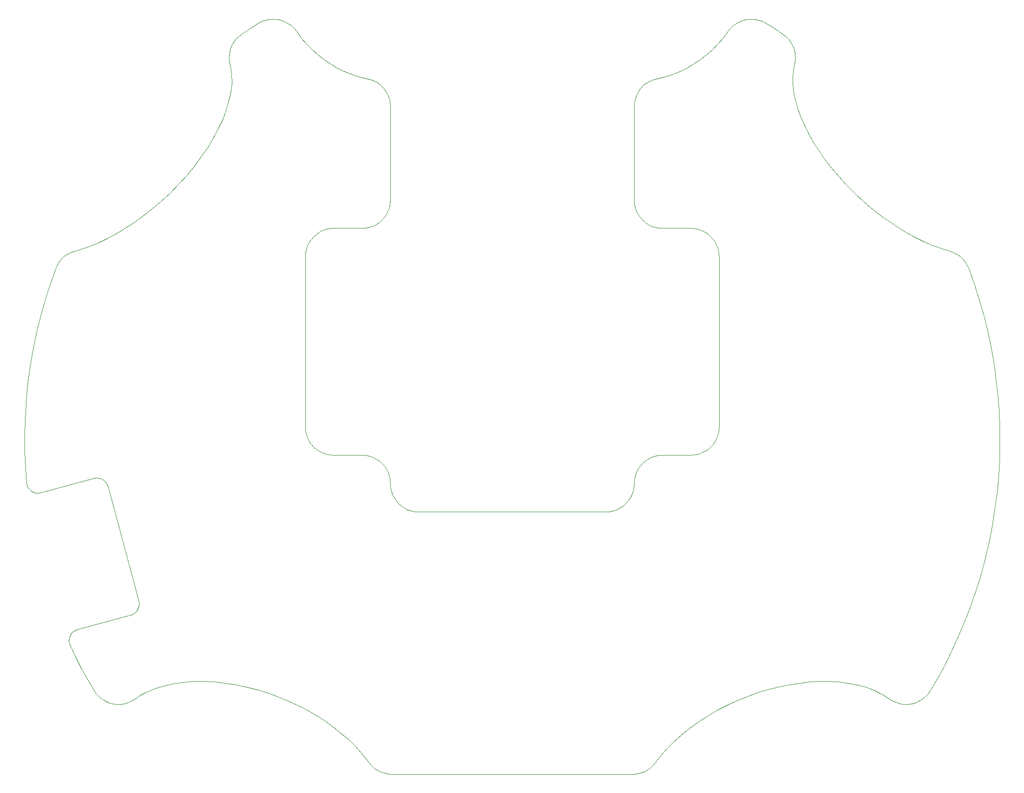
<source format=gbr>
%TF.GenerationSoftware,Altium Limited,Altium Designer,23.6.0 (18)*%
G04 Layer_Color=0*
%FSLAX45Y45*%
%MOMM*%
%TF.SameCoordinates,CA757A27-890D-4031-9470-5F8B39CF6935*%
%TF.FilePolarity,Positive*%
%TF.FileFunction,Profile,NP*%
%TF.Part,Single*%
G01*
G75*
%TA.AperFunction,Profile*%
%ADD92C,0.02540*%
D92*
X2709468Y2814153D02*
X2595703Y3009525D01*
X2487114Y3207820D01*
X2383775Y3408900D01*
X2285756Y3612629D01*
X2272909Y3649135D01*
X2267334Y3687433D01*
X2269238Y3726087D01*
X2278552Y3763650D01*
X2294927Y3798717D01*
X2317748Y3829974D01*
X2346161Y3856250D01*
X2379104Y3876561D01*
X2415343Y3890148D01*
X3356062Y4142213D01*
X3392756Y4156023D01*
X3426051Y4176727D01*
X3454666Y4203529D01*
X3477504Y4235398D01*
X3493685Y4271110D01*
X3502587Y4309293D01*
X3503870Y4348479D01*
X3497483Y4387162D01*
X2953963Y6415606D01*
X2940153Y6452300D01*
X2919450Y6485594D01*
X2892648Y6514210D01*
X2860779Y6537048D01*
X2825066Y6553228D01*
X2786884Y6562131D01*
X2747698Y6563414D01*
X2709015Y6557027D01*
X1768295Y6304962D01*
X1730118Y6298610D01*
X1691434Y6299728D01*
X1653688Y6308277D01*
X1618296Y6323936D01*
X1586583Y6346117D01*
X1559735Y6373991D01*
X1538757Y6406514D01*
X1524438Y6442469D01*
X1517311Y6480508D01*
X1497463Y6754370D01*
X1486367Y7028726D01*
X1484037Y7303296D01*
X1490473Y7577800D01*
X1505669Y7851959D01*
X1529609Y8125494D01*
X1562270Y8398124D01*
X1603617Y8669574D01*
X1653608Y8939565D01*
X1712194Y9207821D01*
X1779313Y9474072D01*
X1854898Y9738043D01*
X1938871Y9999468D01*
X2031148Y10258079D01*
X2059259Y10319915D01*
X2095492Y10377371D01*
X2139179Y10429386D01*
X2189513Y10475000D01*
X2245564Y10513370D01*
X2306299Y10543789D01*
X2370596Y10565695D01*
X2498794Y10603663D01*
X2629837Y10649990D01*
X2779169Y10711510D01*
X2933023Y10784175D01*
X3090277Y10867887D01*
X3249677Y10962362D01*
X3409872Y11067121D01*
X3569438Y11181497D01*
X3726917Y11304641D01*
X3880858Y11435541D01*
X4046035Y11588679D01*
X4203270Y11748215D01*
X4350935Y11912313D01*
X4487632Y12079090D01*
X4612228Y12246679D01*
X4723878Y12413289D01*
X4822029Y12577256D01*
X4906422Y12737089D01*
X4977061Y12891496D01*
X5034192Y13039409D01*
X5078263Y13179993D01*
X5109878Y13312646D01*
X5129750Y13436987D01*
X5138656Y13552840D01*
X5137377Y13660199D01*
X5126987Y13757166D01*
X5107686Y13848257D01*
X5094342Y13916132D01*
X5090492Y13985196D01*
X5096211Y14054134D01*
X5111391Y14121620D01*
X5135740Y14186366D01*
X5168790Y14247133D01*
X5209912Y14302756D01*
X5258317Y14352171D01*
X5313079Y14394434D01*
X5460092Y14490300D01*
X5609031Y14583145D01*
X5670280Y14614890D01*
X5735316Y14637903D01*
X5802899Y14651746D01*
X5871745Y14656152D01*
X5940543Y14651042D01*
X6007982Y14636510D01*
X6072779Y14612834D01*
X6133701Y14580466D01*
X6189587Y14540018D01*
X6239374Y14492262D01*
X6282113Y14438110D01*
X6365077Y14325301D01*
X6455732Y14218575D01*
X6553633Y14118451D01*
X6658300Y14025424D01*
X6769220Y13939949D01*
X6885849Y13862445D01*
X7007614Y13793292D01*
X7133920Y13732829D01*
X7264148Y13681352D01*
X7397659Y13639114D01*
X7533796Y13606322D01*
X7599740Y13588084D01*
X7662575Y13561012D01*
X7721128Y13525620D01*
X7774299Y13482564D01*
X7821095Y13432652D01*
X7860640Y13376819D01*
X7892191Y13316110D01*
X7915160Y13251662D01*
X7929116Y13184682D01*
X7933797Y13116425D01*
Y11465914D01*
X7929519Y11400650D01*
X7916759Y11336504D01*
X7895736Y11274571D01*
X7866810Y11215914D01*
X7830474Y11161532D01*
X7787350Y11112360D01*
X7738177Y11069237D01*
X7683797Y11032900D01*
X7625139Y11003974D01*
X7563207Y10982951D01*
X7499059Y10970191D01*
X7433797Y10965914D01*
X6933797D01*
X6868534Y10961636D01*
X6804388Y10948876D01*
X6742455Y10927853D01*
X6683797Y10898927D01*
X6629416Y10862590D01*
X6580244Y10819467D01*
X6537121Y10770294D01*
X6500785Y10715914D01*
X6471857Y10657255D01*
X6450834Y10595323D01*
X6438075Y10531176D01*
X6433797Y10465914D01*
Y7465913D01*
X6438075Y7400651D01*
X6450834Y7336504D01*
X6471857Y7274572D01*
X6500785Y7215913D01*
X6537121Y7161533D01*
X6580244Y7112360D01*
X6629416Y7069237D01*
X6683797Y7032900D01*
X6742455Y7003974D01*
X6804388Y6982951D01*
X6868534Y6970191D01*
X6933797Y6965913D01*
X7433797D01*
X7499059Y6961636D01*
X7563207Y6948876D01*
X7625139Y6927853D01*
X7683797Y6898926D01*
X7738177Y6862590D01*
X7787350Y6819467D01*
X7830474Y6770294D01*
X7866810Y6715913D01*
X7895736Y6657255D01*
X7916759Y6595323D01*
X7929519Y6531176D01*
X7933797Y6465913D01*
X7938075Y6400651D01*
X7950834Y6336504D01*
X7971857Y6274572D01*
X8000785Y6215913D01*
X8037121Y6161533D01*
X8080244Y6112360D01*
X8129416Y6069237D01*
X8183797Y6032901D01*
X8242455Y6003974D01*
X8304388Y5982951D01*
X8368534Y5970191D01*
X8433797Y5965913D01*
X11733797D01*
X11799060Y5970191D01*
X11863206Y5982951D01*
X11925138Y6003974D01*
X11983797Y6032901D01*
X12038178Y6069237D01*
X12087350Y6112360D01*
X12130473Y6161533D01*
X12166809Y6215913D01*
X12195737Y6274572D01*
X12216760Y6336504D01*
X12229519Y6400651D01*
X12233797Y6465913D01*
X12238075Y6531176D01*
X12250835Y6595323D01*
X12271858Y6657255D01*
X12300784Y6715913D01*
X12337120Y6770294D01*
X12380243Y6819467D01*
X12429416Y6862590D01*
X12483797Y6898926D01*
X12542455Y6927853D01*
X12604387Y6948876D01*
X12668533Y6961636D01*
X12733797Y6965913D01*
X13233797D01*
X13299060Y6970191D01*
X13363206Y6982951D01*
X13425139Y7003974D01*
X13483797Y7032900D01*
X13538177Y7069237D01*
X13587350Y7112360D01*
X13630473Y7161533D01*
X13666809Y7215913D01*
X13695737Y7274572D01*
X13716760Y7336504D01*
X13729520Y7400651D01*
X13733797Y7465913D01*
Y10465914D01*
X13729520Y10531176D01*
X13716760Y10595323D01*
X13695737Y10657255D01*
X13666809Y10715914D01*
X13630473Y10770294D01*
X13587350Y10819467D01*
X13538177Y10862590D01*
X13483797Y10898927D01*
X13425139Y10927853D01*
X13363206Y10948876D01*
X13299060Y10961636D01*
X13233797Y10965914D01*
X12733797D01*
X12668533Y10970191D01*
X12604387Y10982951D01*
X12542455Y11003974D01*
X12483797Y11032900D01*
X12429416Y11069237D01*
X12380243Y11112360D01*
X12337120Y11161532D01*
X12300784Y11215914D01*
X12271858Y11274571D01*
X12250835Y11336504D01*
X12238075Y11400650D01*
X12233797Y11465914D01*
Y13116425D01*
X12238478Y13184682D01*
X12252434Y13251662D01*
X12275402Y13316110D01*
X12306954Y13376819D01*
X12346499Y13432652D01*
X12393295Y13482564D01*
X12446466Y13525620D01*
X12505018Y13561012D01*
X12567854Y13588084D01*
X12633797Y13606322D01*
X12769935Y13639114D01*
X12903445Y13681352D01*
X13033675Y13732829D01*
X13159979Y13793292D01*
X13281744Y13862445D01*
X13398373Y13939949D01*
X13509294Y14025424D01*
X13613960Y14118451D01*
X13711861Y14218575D01*
X13802516Y14325301D01*
X13885481Y14438110D01*
X13928220Y14492262D01*
X13978008Y14540018D01*
X14033893Y14580466D01*
X14094815Y14612834D01*
X14159612Y14636510D01*
X14227049Y14651042D01*
X14295848Y14656152D01*
X14364694Y14651746D01*
X14432278Y14637903D01*
X14497314Y14614890D01*
X14558563Y14583145D01*
X14707503Y14490300D01*
X14854515Y14394434D01*
X14909277Y14352171D01*
X14957681Y14302756D01*
X14998804Y14247133D01*
X15031854Y14186366D01*
X15056203Y14121620D01*
X15071384Y14054134D01*
X15077103Y13985196D01*
X15073251Y13916132D01*
X15059908Y13848257D01*
X15046169Y13788789D01*
X15036304Y13726701D01*
X15028949Y13633144D01*
X15029781Y13532326D01*
X15039417Y13424203D01*
X15058476Y13308853D01*
X15087549Y13186491D01*
X15127161Y13057484D01*
X15177742Y12922356D01*
X15239603Y12781790D01*
X15312898Y12636636D01*
X15397620Y12487886D01*
X15493565Y12336669D01*
X15600337Y12184228D01*
X15717339Y12031887D01*
X15843779Y11881021D01*
X15978691Y11733026D01*
X16120943Y11589275D01*
X16286066Y11436136D01*
X16456799Y11291547D01*
X16631190Y11156978D01*
X16807260Y11033664D01*
X16983076Y10922573D01*
X17156805Y10824390D01*
X17326775Y10739516D01*
X17491493Y10668078D01*
X17646133Y10611145D01*
X17796999Y10565695D01*
X17861295Y10543789D01*
X17922029Y10513370D01*
X17978081Y10475000D01*
X18028413Y10429386D01*
X18072102Y10377371D01*
X18108334Y10319915D01*
X18136446Y10258079D01*
X18232503Y9988288D01*
X18319524Y9715449D01*
X18397411Y9439863D01*
X18466080Y9161838D01*
X18525455Y8881680D01*
X18575468Y8599700D01*
X18616066Y8316213D01*
X18647202Y8031530D01*
X18668842Y7745968D01*
X18680960Y7459845D01*
X18683546Y7173476D01*
X18676598Y6887180D01*
X18660120Y6601274D01*
X18634131Y6316076D01*
X18598660Y6031900D01*
X18553749Y5749063D01*
X18499446Y5467879D01*
X18435808Y5188658D01*
X18362912Y4911711D01*
X18280833Y4637345D01*
X18189665Y4365864D01*
X18089508Y4097569D01*
X17980473Y3832756D01*
X17862685Y3571722D01*
X17736267Y3314754D01*
X17601366Y3062138D01*
X17458127Y2814153D01*
X17418672Y2757633D01*
X17371820Y2707077D01*
X17318460Y2663446D01*
X17259607Y2627566D01*
X17196379Y2600122D01*
X17129974Y2581634D01*
X17061664Y2572454D01*
X16992735Y2572756D01*
X16924506Y2582535D01*
X16858269Y2601604D01*
X16795284Y2629602D01*
X16736746Y2665996D01*
X16650899Y2722713D01*
X16557887Y2774122D01*
X16454648Y2821452D01*
X16342525Y2863404D01*
X16221587Y2899481D01*
X16092014Y2929175D01*
X15954103Y2951984D01*
X15808279Y2967430D01*
X15655103Y2975075D01*
X15495267Y2974532D01*
X15329594Y2965491D01*
X15159036Y2947721D01*
X14984647Y2921090D01*
X14807579Y2885572D01*
X14629057Y2841251D01*
X14450356Y2788323D01*
X14272772Y2727098D01*
X14078346Y2649852D01*
X13888651Y2563606D01*
X13705324Y2469209D01*
X13529875Y2367619D01*
X13363649Y2259872D01*
X13207803Y2147053D01*
X13063284Y2030270D01*
X12930827Y1910616D01*
X12810945Y1789153D01*
X12705710Y1669024D01*
X12611474Y1546837D01*
X12568373Y1494793D01*
X12518650Y1449036D01*
X12463210Y1410402D01*
X12403068Y1379596D01*
X12339320Y1357181D01*
X12273133Y1343566D01*
X12205714Y1338999D01*
X7961880D01*
X7894461Y1343566D01*
X7828274Y1357181D01*
X7764526Y1379596D01*
X7704384Y1410402D01*
X7648944Y1449036D01*
X7599220Y1494793D01*
X7556120Y1546837D01*
X7490592Y1633489D01*
X7419477Y1719208D01*
X7317105Y1830816D01*
X7204180Y1941330D01*
X7081039Y2049965D01*
X6948167Y2155907D01*
X6806195Y2258328D01*
X6655896Y2356410D01*
X6498180Y2449355D01*
X6334069Y2536408D01*
X6164693Y2616880D01*
X5991256Y2690150D01*
X5795341Y2762468D01*
X5597761Y2824663D01*
X5400278Y2876320D01*
X5204610Y2917199D01*
X5012386Y2947226D01*
X4825107Y2966490D01*
X4644120Y2975228D01*
X4470597Y2973808D01*
X4305518Y2962705D01*
X4149667Y2942480D01*
X4003632Y2913750D01*
X3867816Y2877163D01*
X3742454Y2833373D01*
X3627630Y2783015D01*
X3524984Y2727684D01*
X3430848Y2665996D01*
X3372311Y2629602D01*
X3309326Y2601604D01*
X3243088Y2582535D01*
X3174858Y2572756D01*
X3105931Y2572454D01*
X3037617Y2581634D01*
X2971215Y2600122D01*
X2907987Y2627566D01*
X2849133Y2663446D01*
X2795774Y2707077D01*
X2748922Y2757633D01*
X2709468Y2814153D01*
%TF.MD5,89850c88fe99c2e00fb1a869f0832ffb*%
M02*

</source>
